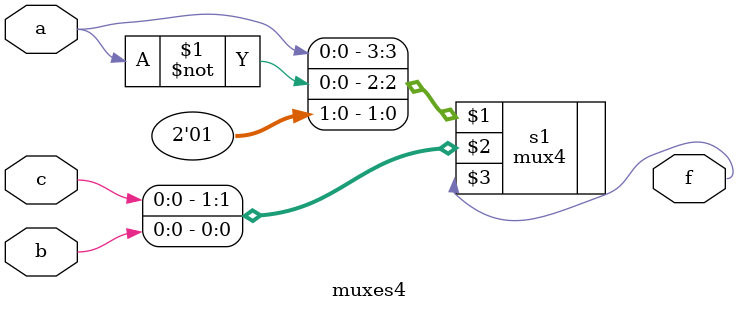
<source format=v>
module muxes4(a,b,c,f);
input a,b,c;
output f;
mux4 s1({a,~a,1'b0,1'b1},{c,b},f);
endmodule

</source>
